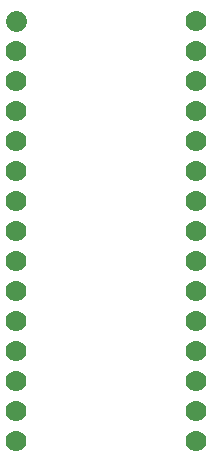
<source format=gbl>
G04 Layer: BottomLayer*
G04 EasyEDA v6.5.5, 2022-06-27 22:24:16*
G04 832f08802b6e47e68c83d968e1e2cad1,305bcb4f1a4f4cdfadb131dd0c2083ea,10*
G04 Gerber Generator version 0.2*
G04 Scale: 100 percent, Rotated: No, Reflected: No *
G04 Dimensions in inches *
G04 leading zeros omitted , absolute positions ,3 integer and 6 decimal *
%FSLAX36Y36*%
%MOIN*%

%ADD14C,0.0700*%

%LPD*%
D14*
G01*
X2780001Y1035001D03*
G01*
X2780001Y1135001D03*
G01*
X2780001Y1235001D03*
G01*
X2780001Y1335001D03*
G01*
X2780001Y1435001D03*
G01*
X2780001Y1535001D03*
G01*
X2780001Y1635001D03*
G01*
X2780001Y1735001D03*
G01*
X2780001Y1835001D03*
G01*
X2780001Y1935001D03*
G01*
X2780001Y2035001D03*
G01*
X2780001Y2135001D03*
G01*
X2780001Y2235001D03*
G01*
X2780001Y2335001D03*
G01*
X2780001Y2435001D03*
G01*
X2180001Y1035001D03*
G01*
X2180001Y1135001D03*
G01*
X2180001Y1235001D03*
G01*
X2180001Y1335001D03*
G01*
X2180001Y1435001D03*
G01*
X2180001Y1535001D03*
G01*
X2180001Y1635001D03*
G01*
X2180001Y1735001D03*
G01*
X2180001Y1835001D03*
G01*
X2180001Y1935001D03*
G01*
X2180001Y2035001D03*
G01*
X2180001Y2135001D03*
G01*
X2180001Y2235001D03*
G01*
X2180001Y2335001D03*
X2180001Y2435001D02*
G01*
X2180001Y2435001D01*
M02*

</source>
